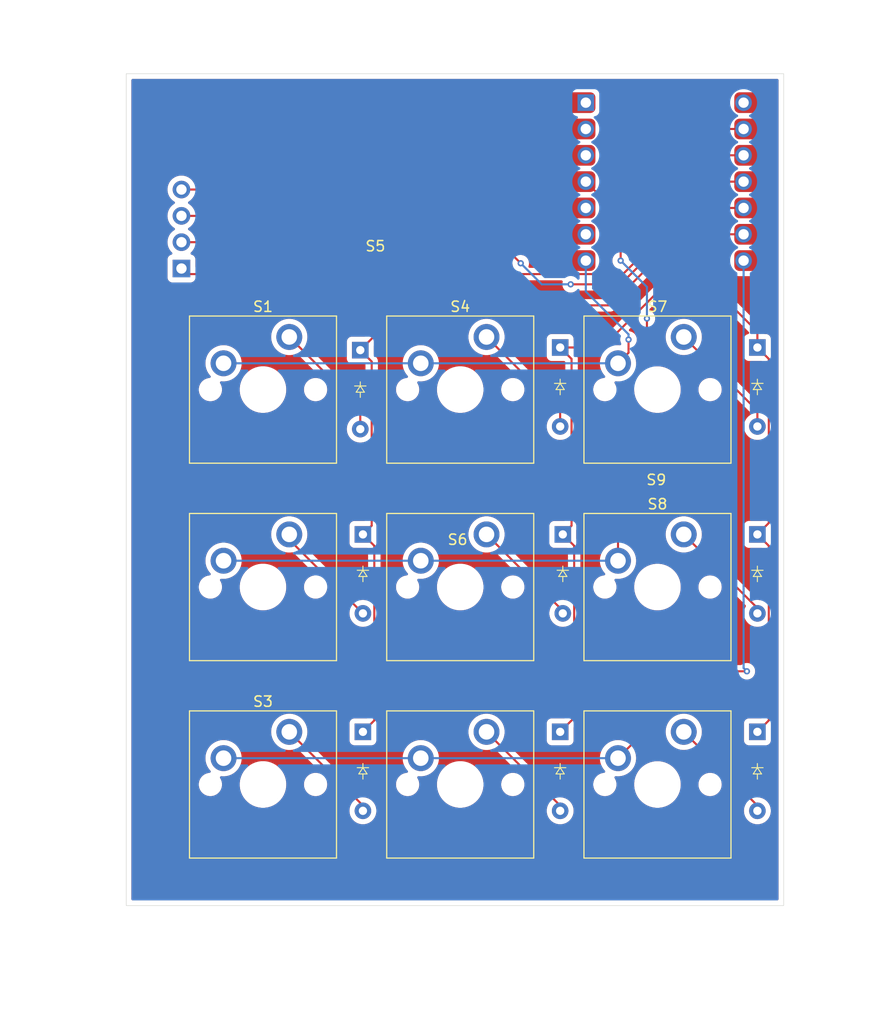
<source format=kicad_pcb>
(kicad_pcb (version 20241229) (generator "pcbnew") (generator_version "9.0")
  (layers (0 "F.Cu" signal) (2 "B.Cu" signal) (13 "F.Paste" user) (15 "B.Paste" user) (5 "F.SilkS" user "F.Silkscreen") (7 "B.SilkS" user "B.Silkscreen") (1 "F.Mask" user) (3 "B.Mask" user) (25 "Edge.Cuts" user))
  (net 0 "")
  (net 1 "Row 1")
  (net 2 "Net-(D1-A)")
  (net 3 "Net-(D2-A)")
  (net 4 "Net-(D3-A)")
  (net 5 "Net-(D4-A)")
  (net 6 "Row 2")
  (net 7 "Net-(D5-A)")
  (net 8 "Net-(D6-A)")
  (net 9 "Row 3")
  (net 10 "Net-(D7-A)")
  (net 11 "Net-(D8-A)")
  (net 12 "Net-(D9-A)")
  (net 13 "GND")
  (net 14 "3V3")
  (net 15 "D2")
  (net 16 "D1")
  (net 17 "Column 1")
  (net 18 "Column 2")
  (net 19 "Column 3")
  (footprint "ScottoKeebs_MX:MX_PCB_1.00u" (layer "F.Cu") (at 119.888 67.056)
    (property "Reference" "S1" (at 0 -8 0) (layer "F.SilkS"))
    (property "Value" "~")
    (fp_line (start -7.1 -7.1) (end -7.1 7.1) (stroke (width 0.12)) (layer "F.SilkS"))
    (fp_line (start -7.1 7.1) (end 7.1 7.1) (stroke (width 0.12)) (layer "F.SilkS"))
    (fp_line (start 7.1 -7.1) (end -7.1 -7.1) (stroke (width 0.12)) (layer "F.SilkS"))
    (fp_line (start 7.1 7.1) (end 7.1 -7.1) (stroke (width 0.12)) (layer "F.SilkS"))
    (pad "" np_thru_hole circle (at -5.08 0) (size 1.75 1.75) (drill 1.75) (layers "*.Cu" "*.Mask"))
    (pad "" np_thru_hole circle (at 0 0) (size 4 4) (drill 4) (layers "*.Cu" "*.Mask"))
    (pad "" np_thru_hole circle (at 5.08 0) (size 1.75 1.75) (drill 1.75) (layers "*.Cu" "*.Mask"))
    (pad "1" thru_hole circle (at -3.81 -2.54) (size 2.5 2.5) (drill 1.5) (layers "*.Cu" "*.Mask") (net 17 "Column 1"))
    (pad "2" thru_hole circle (at 2.54 -5.08) (size 2.5 2.5) (drill 1.5) (layers "*.Cu" "*.Mask") (net 2 "Net-(D1-A)"))
  )
  (footprint "ScottoKeebs_MX:MX_PCB_1.00u" (layer "F.Cu") (at 138.938 67.056)
    (property "Reference" "S4" (at 0 -8 0) (layer "F.SilkS"))
    (property "Value" "~")
    (fp_line (start -7.1 -7.1) (end -7.1 7.1) (stroke (width 0.12)) (layer "F.SilkS"))
    (fp_line (start -7.1 7.1) (end 7.1 7.1) (stroke (width 0.12)) (layer "F.SilkS"))
    (fp_line (start 7.1 -7.1) (end -7.1 -7.1) (stroke (width 0.12)) (layer "F.SilkS"))
    (fp_line (start 7.1 7.1) (end 7.1 -7.1) (stroke (width 0.12)) (layer "F.SilkS"))
    (pad "" np_thru_hole circle (at -5.08 0) (size 1.75 1.75) (drill 1.75) (layers "*.Cu" "*.Mask"))
    (pad "" np_thru_hole circle (at 0 0) (size 4 4) (drill 4) (layers "*.Cu" "*.Mask"))
    (pad "" np_thru_hole circle (at 5.08 0) (size 1.75 1.75) (drill 1.75) (layers "*.Cu" "*.Mask"))
    (pad "1" thru_hole circle (at -3.81 -2.54) (size 2.5 2.5) (drill 1.5) (layers "*.Cu" "*.Mask") (net 17 "Column 1"))
    (pad "2" thru_hole circle (at 2.54 -5.08) (size 2.5 2.5) (drill 1.5) (layers "*.Cu" "*.Mask") (net 5 "Net-(D4-A)"))
  )
  (footprint "ScottoKeebs_MX:MX_PCB_1.00u" (layer "F.Cu") (at 157.988 86.106)
    (property "Reference" "S8" (at 0 -8 0) (layer "F.SilkS"))
    (property "Value" "~")
    (fp_line (start -7.1 -7.1) (end -7.1 7.1) (stroke (width 0.12)) (layer "F.SilkS"))
    (fp_line (start -7.1 7.1) (end 7.1 7.1) (stroke (width 0.12)) (layer "F.SilkS"))
    (fp_line (start 7.1 -7.1) (end -7.1 -7.1) (stroke (width 0.12)) (layer "F.SilkS"))
    (fp_line (start 7.1 7.1) (end 7.1 -7.1) (stroke (width 0.12)) (layer "F.SilkS"))
    (pad "" np_thru_hole circle (at -5.08 0) (size 1.75 1.75) (drill 1.75) (layers "*.Cu" "*.Mask"))
    (pad "" np_thru_hole circle (at 0 0) (size 4 4) (drill 4) (layers "*.Cu" "*.Mask"))
    (pad "" np_thru_hole circle (at 5.08 0) (size 1.75 1.75) (drill 1.75) (layers "*.Cu" "*.Mask"))
    (pad "1" thru_hole circle (at -3.81 -2.54) (size 2.5 2.5) (drill 1.5) (layers "*.Cu" "*.Mask") (net 18 "Column 2"))
    (pad "2" thru_hole circle (at 2.54 -5.08) (size 2.5 2.5) (drill 1.5) (layers "*.Cu" "*.Mask") (net 11 "Net-(D8-A)"))
  )
  (footprint "ScottoKeebs_Components:Diode_DO-35" (layer "F.Cu") (at 129.54 100.076 -90)
    (property "Reference" "D3" (hide yes))
    (property "Value" "~" (hide yes))
    (fp_line (start 4.06 0.4) (end 3.46 0) (stroke (width 0.1)) (layer "F.SilkS"))
    (fp_line (start 3.06 0) (end 3.46 0) (stroke (width 0.1)) (layer "F.SilkS"))
    (fp_line (start 3.46 0) (end 4.06 -0.4) (stroke (width 0.1)) (layer "F.SilkS"))
    (fp_line (start 4.06 0) (end 4.56 0) (stroke (width 0.1)) (layer "F.SilkS"))
    (fp_line (start 4.06 -0.4) (end 4.06 0.4) (stroke (width 0.1)) (layer "F.SilkS"))
    (fp_line (start 3.46 -0.55) (end 3.46 0.55) (stroke (width 0.1)) (layer "F.SilkS"))
    (pad "1" thru_hole rect (at 0 0 270) (size 1.6 1.6) (drill 0.8) (layers "*.Cu" "*.Mask") (net 1 "Row 1"))
    (pad "2" thru_hole oval (at 7.62 0 270) (size 1.6 1.6) (drill 0.8) (layers "*.Cu" "*.Mask") (net 4 "Net-(D3-A)"))
  )
  (footprint "ScottoKeebs_MX:MX_PCB_1.00u" (layer "F.Cu") (at 157.988 67.056)
    (property "Reference" "S7" (at 0 -8 0) (layer "F.SilkS"))
    (property "Value" "~")
    (fp_line (start -7.1 -7.1) (end -7.1 7.1) (stroke (width 0.12)) (layer "F.SilkS"))
    (fp_line (start -7.1 7.1) (end 7.1 7.1) (stroke (width 0.12)) (layer "F.SilkS"))
    (fp_line (start 7.1 -7.1) (end -7.1 -7.1) (stroke (width 0.12)) (layer "F.SilkS"))
    (fp_line (start 7.1 7.1) (end 7.1 -7.1) (stroke (width 0.12)) (layer "F.SilkS"))
    (pad "" np_thru_hole circle (at -5.08 0) (size 1.75 1.75) (drill 1.75) (layers "*.Cu" "*.Mask"))
    (pad "" np_thru_hole circle (at 0 0) (size 4 4) (drill 4) (layers "*.Cu" "*.Mask"))
    (pad "" np_thru_hole circle (at 5.08 0) (size 1.75 1.75) (drill 1.75) (layers "*.Cu" "*.Mask"))
    (pad "1" thru_hole circle (at -3.81 -2.54) (size 2.5 2.5) (drill 1.5) (layers "*.Cu" "*.Mask") (net 17 "Column 1"))
    (pad "2" thru_hole circle (at 2.54 -5.08) (size 2.5 2.5) (drill 1.5) (layers "*.Cu" "*.Mask") (net 10 "Net-(D7-A)"))
  )
  (footprint "ScottoKeebs_MX:MX_PCB_1.00u" (layer "F.Cu") (at 157.988 105.156)
    (property "Reference" "S9" (at -0.112 -29.392 0) (layer "F.SilkS"))
    (property "Value" "~")
    (fp_line (start -7.1 -7.1) (end -7.1 7.1) (stroke (width 0.12)) (layer "F.SilkS"))
    (fp_line (start -7.1 7.1) (end 7.1 7.1) (stroke (width 0.12)) (layer "F.SilkS"))
    (fp_line (start 7.1 -7.1) (end -7.1 -7.1) (stroke (width 0.12)) (layer "F.SilkS"))
    (fp_line (start 7.1 7.1) (end 7.1 -7.1) (stroke (width 0.12)) (layer "F.SilkS"))
    (pad "" np_thru_hole circle (at -5.08 0) (size 1.75 1.75) (drill 1.75) (layers "*.Cu" "*.Mask"))
    (pad "" np_thru_hole circle (at 0 0) (size 4 4) (drill 4) (layers "*.Cu" "*.Mask"))
    (pad "" np_thru_hole circle (at 5.08 0) (size 1.75 1.75) (drill 1.75) (layers "*.Cu" "*.Mask"))
    (pad "1" thru_hole circle (at -3.81 -2.54) (size 2.5 2.5) (drill 1.5) (layers "*.Cu" "*.Mask") (net 19 "Column 3"))
    (pad "2" thru_hole circle (at 2.54 -5.08) (size 2.5 2.5) (drill 1.5) (layers "*.Cu" "*.Mask") (net 12 "Net-(D9-A)"))
  )
  (footprint "ScottoKeebs_Components:Diode_DO-35" (layer "F.Cu") (at 148.59 62.992 -90)
    (property "Reference" "D4" (hide yes))
    (property "Value" "~" (hide yes))
    (fp_line (start 4.06 0.4) (end 3.46 0) (stroke (width 0.1)) (layer "F.SilkS"))
    (fp_line (start 3.06 0) (end 3.46 0) (stroke (width 0.1)) (layer "F.SilkS"))
    (fp_line (start 3.46 0) (end 4.06 -0.4) (stroke (width 0.1)) (layer "F.SilkS"))
    (fp_line (start 4.06 0) (end 4.56 0) (stroke (width 0.1)) (layer "F.SilkS"))
    (fp_line (start 4.06 -0.4) (end 4.06 0.4) (stroke (width 0.1)) (layer "F.SilkS"))
    (fp_line (start 3.46 -0.55) (end 3.46 0.55) (stroke (width 0.1)) (layer "F.SilkS"))
    (pad "1" thru_hole rect (at 0 0 270) (size 1.6 1.6) (drill 0.8) (layers "*.Cu" "*.Mask") (net 6 "Row 2"))
    (pad "2" thru_hole oval (at 7.62 0 270) (size 1.6 1.6) (drill 0.8) (layers "*.Cu" "*.Mask") (net 5 "Net-(D4-A)"))
  )
  (footprint "ScottoKeebs_Components:Diode_DO-35" (layer "F.Cu") (at 167.64 81.026 -90)
    (property "Reference" "D8" (hide yes))
    (property "Value" "~" (hide yes))
    (fp_line (start 4.06 0.4) (end 3.46 0) (stroke (width 0.1)) (layer "F.SilkS"))
    (fp_line (start 3.06 0) (end 3.46 0) (stroke (width 0.1)) (layer "F.SilkS"))
    (fp_line (start 3.46 0) (end 4.06 -0.4) (stroke (width 0.1)) (layer "F.SilkS"))
    (fp_line (start 4.06 0) (end 4.56 0) (stroke (width 0.1)) (layer "F.SilkS"))
    (fp_line (start 4.06 -0.4) (end 4.06 0.4) (stroke (width 0.1)) (layer "F.SilkS"))
    (fp_line (start 3.46 -0.55) (end 3.46 0.55) (stroke (width 0.1)) (layer "F.SilkS"))
    (pad "1" thru_hole rect (at 0 0 270) (size 1.6 1.6) (drill 0.8) (layers "*.Cu" "*.Mask") (net 9 "Row 3"))
    (pad "2" thru_hole oval (at 7.62 0 270) (size 1.6 1.6) (drill 0.8) (layers "*.Cu" "*.Mask") (net 11 "Net-(D8-A)"))
  )
  (footprint "ScottoKeebs_MX:MX_PCB_1.00u" (layer "F.Cu") (at 138.938 105.156)
    (property "Reference" "S6" (at -0.254 -23.622 0) (layer "F.SilkS"))
    (property "Value" "~")
    (fp_line (start -7.1 -7.1) (end -7.1 7.1) (stroke (width 0.12)) (layer "F.SilkS"))
    (fp_line (start -7.1 7.1) (end 7.1 7.1) (stroke (width 0.12)) (layer "F.SilkS"))
    (fp_line (start 7.1 -7.1) (end -7.1 -7.1) (stroke (width 0.12)) (layer "F.SilkS"))
    (fp_line (start 7.1 7.1) (end 7.1 -7.1) (stroke (width 0.12)) (layer "F.SilkS"))
    (pad "" np_thru_hole circle (at -5.08 0) (size 1.75 1.75) (drill 1.75) (layers "*.Cu" "*.Mask"))
    (pad "" np_thru_hole circle (at 0 0) (size 4 4) (drill 4) (layers "*.Cu" "*.Mask"))
    (pad "" np_thru_hole circle (at 5.08 0) (size 1.75 1.75) (drill 1.75) (layers "*.Cu" "*.Mask"))
    (pad "1" thru_hole circle (at -3.81 -2.54) (size 2.5 2.5) (drill 1.5) (layers "*.Cu" "*.Mask") (net 19 "Column 3"))
    (pad "2" thru_hole circle (at 2.54 -5.08) (size 2.5 2.5) (drill 1.5) (layers "*.Cu" "*.Mask") (net 8 "Net-(D6-A)"))
  )
  (footprint "ScottoKeebs_MX:MX_PCB_1.00u" (layer "F.Cu") (at 138.938 86.106)
    (property "Reference" "S5" (at -8.193 -32.892 0) (layer "F.SilkS"))
    (property "Value" "~")
    (fp_line (start -7.1 -7.1) (end -7.1 7.1) (stroke (width 0.12)) (layer "F.SilkS"))
    (fp_line (start -7.1 7.1) (end 7.1 7.1) (stroke (width 0.12)) (layer "F.SilkS"))
    (fp_line (start 7.1 -7.1) (end -7.1 -7.1) (stroke (width 0.12)) (layer "F.SilkS"))
    (fp_line (start 7.1 7.1) (end 7.1 -7.1) (stroke (width 0.12)) (layer "F.SilkS"))
    (pad "" np_thru_hole circle (at -5.08 0) (size 1.75 1.75) (drill 1.75) (layers "*.Cu" "*.Mask"))
    (pad "" np_thru_hole circle (at 0 0) (size 4 4) (drill 4) (layers "*.Cu" "*.Mask"))
    (pad "" np_thru_hole circle (at 5.08 0) (size 1.75 1.75) (drill 1.75) (layers "*.Cu" "*.Mask"))
    (pad "1" thru_hole circle (at -3.81 -2.54) (size 2.5 2.5) (drill 1.5) (layers "*.Cu" "*.Mask") (net 18 "Column 2"))
    (pad "2" thru_hole circle (at 2.54 -5.08) (size 2.5 2.5) (drill 1.5) (layers "*.Cu" "*.Mask") (net 7 "Net-(D5-A)"))
  )
  (footprint "ScottoKeebs_MX:MX_PCB_1.00u" (layer "F.Cu") (at 119.888 86.106)
    (property "Reference" "S2" (at 0 0 0) (layer "F.SilkS"))
    (property "Value" "~")
    (fp_line (start -7.1 -7.1) (end -7.1 7.1) (stroke (width 0.12)) (layer "F.SilkS"))
    (fp_line (start -7.1 7.1) (end 7.1 7.1) (stroke (width 0.12)) (layer "F.SilkS"))
    (fp_line (start 7.1 -7.1) (end -7.1 -7.1) (stroke (width 0.12)) (layer "F.SilkS"))
    (fp_line (start 7.1 7.1) (end 7.1 -7.1) (stroke (width 0.12)) (layer "F.SilkS"))
    (pad "" np_thru_hole circle (at -5.08 0) (size 1.75 1.75) (drill 1.75) (layers "*.Cu" "*.Mask"))
    (pad "" np_thru_hole circle (at 0 0) (size 4 4) (drill 4) (layers "*.Cu" "*.Mask"))
    (pad "" np_thru_hole circle (at 5.08 0) (size 1.75 1.75) (drill 1.75) (layers "*.Cu" "*.Mask"))
    (pad "1" thru_hole circle (at -3.81 -2.54) (size 2.5 2.5) (drill 1.5) (layers "*.Cu" "*.Mask") (net 18 "Column 2"))
    (pad "2" thru_hole circle (at 2.54 -5.08) (size 2.5 2.5) (drill 1.5) (layers "*.Cu" "*.Mask") (net 3 "Net-(D2-A)"))
  )
  (footprint "ScottoKeebs_Components:Diode_DO-35" (layer "F.Cu") (at 148.844 81.026 -90)
    (property "Reference" "D5" (hide yes))
    (property "Value" "~" (hide yes))
    (fp_line (start 4.06 0.4) (end 3.46 0) (stroke (width 0.1)) (layer "F.SilkS"))
    (fp_line (start 3.06 0) (end 3.46 0) (stroke (width 0.1)) (layer "F.SilkS"))
    (fp_line (start 3.46 0) (end 4.06 -0.4) (stroke (width 0.1)) (layer "F.SilkS"))
    (fp_line (start 4.06 0) (end 4.56 0) (stroke (width 0.1)) (layer "F.SilkS"))
    (fp_line (start 4.06 -0.4) (end 4.06 0.4) (stroke (width 0.1)) (layer "F.SilkS"))
    (fp_line (start 3.46 -0.55) (end 3.46 0.55) (stroke (width 0.1)) (layer "F.SilkS"))
    (pad "1" thru_hole rect (at 0 0 270) (size 1.6 1.6) (drill 0.8) (layers "*.Cu" "*.Mask") (net 6 "Row 2"))
    (pad "2" thru_hole oval (at 7.62 0 270) (size 1.6 1.6) (drill 0.8) (layers "*.Cu" "*.Mask") (net 7 "Net-(D5-A)"))
  )
  (footprint "ScottoKeebs_Components:Diode_DO-35" (layer "F.Cu") (at 167.64 62.992 -90)
    (property "Reference" "D7" (hide yes))
    (property "Value" "~" (hide yes))
    (fp_line (start 4.06 0.4) (end 3.46 0) (stroke (width 0.1)) (layer "F.SilkS"))
    (fp_line (start 3.06 0) (end 3.46 0) (stroke (width 0.1)) (layer "F.SilkS"))
    (fp_line (start 3.46 0) (end 4.06 -0.4) (stroke (width 0.1)) (layer "F.SilkS"))
    (fp_line (start 4.06 0) (end 4.56 0) (stroke (width 0.1)) (layer "F.SilkS"))
    (fp_line (start 4.06 -0.4) (end 4.06 0.4) (stroke (width 0.1)) (layer "F.SilkS"))
    (fp_line (start 3.46 -0.55) (end 3.46 0.55) (stroke (width 0.1)) (layer "F.SilkS"))
    (pad "1" thru_hole rect (at 0 0 270) (size 1.6 1.6) (drill 0.8) (layers "*.Cu" "*.Mask") (net 9 "Row 3"))
    (pad "2" thru_hole oval (at 7.62 0 270) (size 1.6 1.6) (drill 0.8) (layers "*.Cu" "*.Mask") (net 10 "Net-(D7-A)"))
  )
  (footprint "ScottoKeebs_MCU:Seeed_XIAO_RP2040" (layer "F.Cu") (at 158.687 46.99)
    (property "Reference" "U1" (hide yes))
    (property "Value" "MCU_Seeed_XIAO_RP2040")
    (pad "1" smd roundrect (at -8.065 -7.62) (size 2.75 2) (layers "F.Cu" "F.Mask" "F.Paste"))
    (pad "1" thru_hole rect (at -7.62 -7.62 90) (size 1.6 1.6) (drill 1) (layers "*.Cu" "*.Mask"))
    (pad "2" smd roundrect (at -8.065 -5.08) (size 2.75 2) (layers "F.Cu" "F.Mask" "F.Paste"))
    (pad "2" thru_hole circle (at -7.62 -5.08 90) (size 1.6 1.6) (drill 1) (layers "*.Cu" "*.Mask"))
    (pad "3" smd roundrect (at -8.065 -2.54) (size 2.75 2) (layers "F.Cu" "F.Mask" "F.Paste"))
    (pad "3" thru_hole circle (at -7.62 -2.54 90) (size 1.6 1.6) (drill 1) (layers "*.Cu" "*.Mask"))
    (pad "4" smd roundrect (at -8.065 0) (size 2.75 2) (layers "F.Cu" "F.Mask" "F.Paste") (net 18 "Column 2"))
    (pad "4" thru_hole circle (at -7.62 0 90) (size 1.6 1.6) (drill 1) (layers "*.Cu" "*.Mask") (net 18 "Column 2"))
    (pad "5" smd roundrect (at -8.065 2.54) (size 2.75 2) (layers "F.Cu" "F.Mask" "F.Paste") (net 16 "D1"))
    (pad "5" thru_hole circle (at -7.62 2.54 90) (size 1.6 1.6) (drill 1) (layers "*.Cu" "*.Mask") (net 16 "D1"))
    (pad "6" smd roundrect (at -8.065 5.08) (size 2.75 2) (layers "F.Cu" "F.Mask" "F.Paste") (net 15 "D2"))
    (pad "6" thru_hole circle (at -7.62 5.08 90) (size 1.6 1.6) (drill 1) (layers "*.Cu" "*.Mask") (net 15 "D2"))
    (pad "7" smd roundrect (at -8.065 7.62) (size 2.75 2) (layers "F.Cu" "F.Mask" "F.Paste") (net 17 "Column 1"))
    (pad "7" thru_hole circle (at -7.62 7.62 90) (size 1.6 1.6) (drill 1) (layers "*.Cu" "*.Mask") (net 17 "Column 1"))
    (pad "8" thru_hole circle (at 7.62 7.62 90) (size 1.6 1.6) (drill 1) (layers "*.Cu" "*.Mask") (net 19 "Column 3"))
    (pad "8" smd roundrect (at 8.1 7.62) (size 2.75 2) (layers "F.Cu" "F.Mask" "F.Paste") (net 19 "Column 3"))
    (pad "9" thru_hole circle (at 7.62 5.08 90) (size 1.6 1.6) (drill 1) (layers "*.Cu" "*.Mask") (net 9 "Row 3"))
    (pad "9" smd roundrect (at 8.1 5.08) (size 2.75 2) (layers "F.Cu" "F.Mask" "F.Paste") (net 9 "Row 3"))
    (pad "10" thru_hole circle (at 7.62 2.54 90) (size 1.6 1.6) (drill 1) (layers "*.Cu" "*.Mask") (net 6 "Row 2"))
    (pad "10" smd roundrect (at 8.1 2.54) (size 2.75 2) (layers "F.Cu" "F.Mask" "F.Paste") (net 6 "Row 2"))
    (pad "11" thru_hole circle (at 7.62 0 90) (size 1.6 1.6) (drill 1) (layers "*.Cu" "*.Mask") (net 1 "Row 1"))
    (pad "11" smd roundrect (at 8.1 0) (size 2.75 2) (layers "F.Cu" "F.Mask" "F.Paste") (net 1 "Row 1"))
    (pad "12" thru_hole circle (at 7.62 -2.54 90) (size 1.6 1.6) (drill 1) (layers "*.Cu" "*.Mask") (net 14 "3V3"))
    (pad "12" smd roundrect (at 8.1 -2.54) (size 2.75 2) (layers "F.Cu" "F.Mask" "F.Paste") (net 14 "3V3"))
    (pad "13" thru_hole circle (at 7.62 -5.08 90) (size 1.6 1.6) (drill 1) (layers "*.Cu" "*.Mask") (net 13 "GND"))
    (pad "13" smd roundrect (at 8.1 -5.08) (size 2.75 2) (layers "F.Cu" "F.Mask" "F.Paste") (net 13 "GND"))
    (pad "14" thru_hole circle (at 7.62 -7.62 90) (size 1.6 1.6) (drill 1) (layers "*.Cu" "*.Mask"))
    (pad "14" smd roundrect (at 8.1 -7.62) (size 2.75 2) (layers "F.Cu" "F.Mask" "F.Paste"))
  )
  (footprint "ScottoKeebs_Components:OLED_128x32" (layer "F.Cu") (at 110.414 45.572)
    (property "Reference" "J1" (hide yes))
    (property "Value" "OLED_128x32")
    (pad "1" thru_hole rect (at 1.6 9.8 180) (size 1.7 1.7) (drill 1) (layers "*.Cu" "*.Mask") (net 13 "GND"))
    (pad "2" thru_hole oval (at 1.6 7.26 180) (size 1.7 1.7) (drill 1) (layers "*.Cu" "*.Mask") (net 14 "3V3"))
    (pad "3" thru_hole oval (at 1.6 4.72 180) (size 1.7 1.7) (drill 1) (layers "*.Cu" "*.Mask") (net 15 "D2"))
    (pad "4" thru_hole oval (at 1.6 2.18 180) (size 1.7 1.7) (drill 1) (layers "*.Cu" "*.Mask") (net 16 "D1"))
  )
  (footprint "ScottoKeebs_Components:Diode_DO-35" (layer "F.Cu") (at 148.59 100.076 -90)
    (property "Reference" "D6" (hide yes))
    (property "Value" "~" (hide yes))
    (fp_line (start 4.06 0.4) (end 3.46 0) (stroke (width 0.1)) (layer "F.SilkS"))
    (fp_line (start 3.06 0) (end 3.46 0) (stroke (width 0.1)) (layer "F.SilkS"))
    (fp_line (start 3.46 0) (end 4.06 -0.4) (stroke (width 0.1)) (layer "F.SilkS"))
    (fp_line (start 4.06 0) (end 4.56 0) (stroke (width 0.1)) (layer "F.SilkS"))
    (fp_line (start 4.06 -0.4) (end 4.06 0.4) (stroke (width 0.1)) (layer "F.SilkS"))
    (fp_line (start 3.46 -0.55) (end 3.46 0.55) (stroke (width 0.1)) (layer "F.SilkS"))
    (pad "1" thru_hole rect (at 0 0 270) (size 1.6 1.6) (drill 0.8) (layers "*.Cu" "*.Mask") (net 6 "Row 2"))
    (pad "2" thru_hole oval (at 7.62 0 270) (size 1.6 1.6) (drill 0.8) (layers "*.Cu" "*.Mask") (net 8 "Net-(D6-A)"))
  )
  (footprint "ScottoKeebs_MX:MX_PCB_1.00u" (layer "F.Cu") (at 119.888 105.156)
    (property "Reference" "S3" (at 0 -8 0) (layer "F.SilkS"))
    (property "Value" "~")
    (fp_line (start -7.1 -7.1) (end -7.1 7.1) (stroke (width 0.12)) (layer "F.SilkS"))
    (fp_line (start -7.1 7.1) (end 7.1 7.1) (stroke (width 0.12)) (layer "F.SilkS"))
    (fp_line (start 7.1 -7.1) (end -7.1 -7.1) (stroke (width 0.12)) (layer "F.SilkS"))
    (fp_line (start 7.1 7.1) (end 7.1 -7.1) (stroke (width 0.12)) (layer "F.SilkS"))
    (pad "" np_thru_hole circle (at -5.08 0) (size 1.75 1.75) (drill 1.75) (layers "*.Cu" "*.Mask"))
    (pad "" np_thru_hole circle (at 0 0) (size 4 4) (drill 4) (layers "*.Cu" "*.Mask"))
    (pad "" np_thru_hole circle (at 5.08 0) (size 1.75 1.75) (drill 1.75) (layers "*.Cu" "*.Mask"))
    (pad "1" thru_hole circle (at -3.81 -2.54) (size 2.5 2.5) (drill 1.5) (layers "*.Cu" "*.Mask") (net 19 "Column 3"))
    (pad "2" thru_hole circle (at 2.54 -5.08) (size 2.5 2.5) (drill 1.5) (layers "*.Cu" "*.Mask") (net 4 "Net-(D3-A)"))
  )
  (footprint "ScottoKeebs_Components:Diode_DO-35" (layer "F.Cu") (at 167.64 100.076 -90)
    (property "Reference" "D9" (hide yes))
    (property "Value" "~" (hide yes))
    (fp_line (start 4.06 0.4) (end 3.46 0) (stroke (width 0.1)) (layer "F.SilkS"))
    (fp_line (start 3.06 0) (end 3.46 0) (stroke (width 0.1)) (layer "F.SilkS"))
    (fp_line (start 3.46 0) (end 4.06 -0.4) (stroke (width 0.1)) (layer "F.SilkS"))
    (fp_line (start 4.06 0) (end 4.56 0) (stroke (width 0.1)) (layer "F.SilkS"))
    (fp_line (start 4.06 -0.4) (end 4.06 0.4) (stroke (width 0.1)) (layer "F.SilkS"))
    (fp_line (start 3.46 -0.55) (end 3.46 0.55) (stroke (width 0.1)) (layer "F.SilkS"))
    (pad "1" thru_hole rect (at 0 0 270) (size 1.6 1.6) (drill 0.8) (layers "*.Cu" "*.Mask") (net 9 "Row 3"))
    (pad "2" thru_hole oval (at 7.62 0 270) (size 1.6 1.6) (drill 0.8) (layers "*.Cu" "*.Mask") (net 12 "Net-(D9-A)"))
  )
  (footprint "ScottoKeebs_Components:Diode_DO-35" (layer "F.Cu") (at 129.286 63.246 -90)
    (property "Reference" "D1" (hide yes))
    (property "Value" "~" (hide yes))
    (fp_line (start 4.06 0.4) (end 3.46 0) (stroke (width 0.1)) (layer "F.SilkS"))
    (fp_line (start 3.06 0) (end 3.46 0) (stroke (width 0.1)) (layer "F.SilkS"))
    (fp_line (start 3.46 0) (end 4.06 -0.4) (stroke (width 0.1)) (layer "F.SilkS"))
    (fp_line (start 4.06 0) (end 4.56 0) (stroke (width 0.1)) (layer "F.SilkS"))
    (fp_line (start 4.06 -0.4) (end 4.06 0.4) (stroke (width 0.1)) (layer "F.SilkS"))
    (fp_line (start 3.46 -0.55) (end 3.46 0.55) (stroke (width 0.1)) (layer "F.SilkS"))
    (pad "1" thru_hole rect (at 0 0 270) (size 1.6 1.6) (drill 0.8) (layers "*.Cu" "*.Mask") (net 1 "Row 1"))
    (pad "2" thru_hole oval (at 7.62 0 270) (size 1.6 1.6) (drill 0.8) (layers "*.Cu" "*.Mask") (net 2 "Net-(D1-A)"))
  )
  (footprint "ScottoKeebs_Components:Diode_DO-35" (layer "F.Cu") (at 129.54 81.026 -90)
    (property "Reference" "D2" (hide yes))
    (property "Value" "~" (hide yes))
    (fp_line (start 4.06 0.4) (end 3.46 0) (stroke (width 0.1)) (layer "F.SilkS"))
    (fp_line (start 3.06 0) (end 3.46 0) (stroke (width 0.1)) (layer "F.SilkS"))
    (fp_line (start 3.46 0) (end 4.06 -0.4) (stroke (width 0.1)) (layer "F.SilkS"))
    (fp_line (start 4.06 0) (end 4.56 0) (stroke (width 0.1)) (layer "F.SilkS"))
    (fp_line (start 4.06 -0.4) (end 4.06 0.4) (stroke (width 0.1)) (layer "F.SilkS"))
    (fp_line (start 3.46 -0.55) (end 3.46 0.55) (stroke (width 0.1)) (layer "F.SilkS"))
    (pad "1" thru_hole rect (at 0 0 270) (size 1.6 1.6) (drill 0.8) (layers "*.Cu" "*.Mask") (net 1 "Row 1"))
    (pad "2" thru_hole oval (at 7.62 0 270) (size 1.6 1.6) (drill 0.8) (layers "*.Cu" "*.Mask") (net 3 "Net-(D2-A)"))
  )
  (gr_rect (start 106.68 36.576) (end 170.18 116.84) (stroke (width 0.05)) (fill no) (layer "Edge.Cuts"))
  (segment (start 129.54 100.076) (end 130.641 98.975) (width 0.2) (layer "F.Cu") (net 1))
  (segment (start 159.766 49.276) (end 162.052 46.99) (width 0.2) (layer "F.Cu") (net 1))
  (segment (start 130.387 64.347) (end 129.286 63.246) (width 0.2) (layer "F.Cu") (net 1))
  (segment (start 130.641 82.127) (end 129.54 81.026) (width 0.2) (layer "F.Cu") (net 1))
  (segment (start 130.387 80.179) (end 130.387 64.347) (width 0.2) (layer "F.Cu") (net 1))
  (segment (start 129.54 81.026) (end 130.387 80.179) (width 0.2) (layer "F.Cu") (net 1))
  (segment (start 129.286 63.246) (end 133.604 58.928) (width 0.2) (layer "F.Cu") (net 1))
  (segment (start 133.604 58.928) (end 153.416 58.928) (width 0.2) (layer "F.Cu") (net 1))
  (segment (start 159.766 52.578) (end 159.766 49.276) (width 0.2) (layer "F.Cu") (net 1))
  (segment (start 162.052 46.99) (end 166.307 46.99) (width 0.2) (layer "F.Cu") (net 1))
  (segment (start 153.416 58.928) (end 159.766 52.578) (width 0.2) (layer "F.Cu") (net 1))
  (segment (start 130.641 98.975) (end 130.641 82.127) (width 0.2) (layer "F.Cu") (net 1))
  (segment (start 129.286 68.834) (end 129.286 70.866) (width 0.2) (layer "F.Cu") (net 2))
  (segment (start 122.428 61.976) (end 129.286 68.834) (width 0.2) (layer "F.Cu") (net 2))
  (segment (start 122.428 81.534) (end 129.54 88.646) (width 0.2) (layer "F.Cu") (net 3))
  (segment (start 122.428 81.026) (end 122.428 81.534) (width 0.2) (layer "F.Cu") (net 3))
  (segment (start 122.428 100.076) (end 129.54 107.188) (width 0.2) (layer "F.Cu") (net 4))
  (segment (start 129.54 107.188) (end 129.54 107.696) (width 0.2) (layer "F.Cu") (net 4))
  (segment (start 141.478 61.976) (end 148.59 69.088) (width 0.2) (layer "F.Cu") (net 5))
  (segment (start 148.59 69.088) (end 148.59 70.612) (width 0.2) (layer "F.Cu") (net 5))
  (segment (start 152.654 62.992) (end 161.29 54.356) (width 0.2) (layer "F.Cu") (net 6))
  (segment (start 148.59 62.992) (end 152.654 62.992) (width 0.2) (layer "F.Cu") (net 6))
  (segment (start 148.59 100.076) (end 149.945 98.721) (width 0.2) (layer "F.Cu") (net 6))
  (segment (start 149.945 98.721) (end 149.945 82.127) (width 0.2) (layer "F.Cu") (net 6))
  (segment (start 149.691 80.179) (end 149.691 64.093) (width 0.2) (layer "F.Cu") (net 6))
  (segment (start 163.068 49.53) (end 166.307 49.53) (width 0.2) (layer "F.Cu") (net 6))
  (segment (start 161.29 51.308) (end 163.068 49.53) (width 0.2) (layer "F.Cu") (net 6))
  (segment (start 148.844 81.026) (end 149.691 80.179) (width 0.2) (layer "F.Cu") (net 6))
  (segment (start 149.691 64.093) (end 148.59 62.992) (width 0.2) (layer "F.Cu") (net 6))
  (segment (start 149.945 82.127) (end 148.844 81.026) (width 0.2) (layer "F.Cu") (net 6))
  (segment (start 161.29 54.356) (end 161.29 51.308) (width 0.2) (layer "F.Cu") (net 6))
  (segment (start 148.844 88.392) (end 148.844 88.646) (width 0.2) (layer "F.Cu") (net 7))
  (segment (start 141.478 81.026) (end 148.844 88.392) (width 0.2) (layer "F.Cu") (net 7))
  (segment (start 148.59 107.188) (end 148.59 107.696) (width 0.2) (layer "F.Cu") (net 8))
  (segment (start 141.478 100.076) (end 148.59 107.188) (width 0.2) (layer "F.Cu") (net 8))
  (segment (start 168.741 64.093) (end 167.64 62.992) (width 0.2) (layer "F.Cu") (net 9))
  (segment (start 168.741 98.975) (end 168.741 82.127) (width 0.2) (layer "F.Cu") (net 9))
  (segment (start 167.64 62.992) (end 167.64 61.468) (width 0.2) (layer "F.Cu") (net 9))
  (segment (start 168.741 82.127) (end 167.64 81.026) (width 0.2) (layer "F.Cu") (net 9))
  (segment (start 167.64 100.076) (end 168.741 98.975) (width 0.2) (layer "F.Cu") (net 9))
  (segment (start 164.084 52.07) (end 166.307 52.07) (width 0.2) (layer "F.Cu") (net 9))
  (segment (start 167.64 61.468) (end 163.322 57.15) (width 0.2) (layer "F.Cu") (net 9))
  (segment (start 163.322 52.832) (end 164.084 52.07) (width 0.2) (layer "F.Cu") (net 9))
  (segment (start 168.741 79.925) (end 168.741 64.093) (width 0.2) (layer "F.Cu") (net 9))
  (segment (start 167.64 81.026) (end 168.741 79.925) (width 0.2) (layer "F.Cu") (net 9))
  (segment (start 163.322 57.15) (end 163.322 52.832) (width 0.2) (layer "F.Cu") (net 9))
  (segment (start 160.528 61.976) (end 167.64 69.088) (width 0.2) (layer "F.Cu") (net 10))
  (segment (start 167.64 69.088) (end 167.64 70.612) (width 0.2) (layer "F.Cu") (net 10))
  (segment (start 167.64 88.138) (end 167.64 88.646) (width 0.2) (layer "F.Cu") (net 11))
  (segment (start 160.528 81.026) (end 167.64 88.138) (width 0.2) (layer "F.Cu") (net 11))
  (segment (start 160.528 100.076) (end 167.64 107.188) (width 0.2) (layer "F.Cu") (net 12))
  (segment (start 167.64 107.188) (end 167.64 107.696) (width 0.2) (layer "F.Cu") (net 12))
  (segment (start 163.83 41.91) (end 166.307 41.91) (width 0.2) (layer "F.Cu") (net 13))
  (segment (start 154.655 55.911) (end 158.496 52.07) (width 0.2) (layer "F.Cu") (net 13))
  (segment (start 158.496 47.244) (end 163.83 41.91) (width 0.2) (layer "F.Cu") (net 13))
  (segment (start 112.014 55.372) (end 112.553 55.911) (width 0.2) (layer "F.Cu") (net 13))
  (segment (start 158.496 52.07) (end 158.496 47.244) (width 0.2) (layer "F.Cu") (net 13))
  (segment (start 112.553 55.911) (end 154.655 55.911) (width 0.2) (layer "F.Cu") (net 13))
  (segment (start 139.7 52.832) (end 142.748 52.832) (width 0.2) (layer "F.Cu") (net 14))
  (segment (start 159.258 47.752) (end 159.512 47.752) (width 0.2) (layer "F.Cu") (net 14))
  (segment (start 159.258 52.07) (end 159.258 47.752) (width 0.2) (layer "F.Cu") (net 14))
  (segment (start 142.748 52.832) (end 144.78 54.864) (width 0.2) (layer "F.Cu") (net 14))
  (segment (start 112.014 52.832) (end 139.7 52.832) (width 0.2) (layer "F.Cu") (net 14))
  (segment (start 159.512 47.752) (end 162.814 44.45) (width 0.2) (layer "F.Cu") (net 14))
  (segment (start 149.606 56.896) (end 154.432 56.896) (width 0.2) (layer "F.Cu") (net 14))
  (segment (start 162.814 44.45) (end 166.307 44.45) (width 0.2) (layer "F.Cu") (net 14))
  (segment (start 154.432 56.896) (end 159.258 52.07) (width 0.2) (layer "F.Cu") (net 14))
  (via (at 149.606 56.896) (size 0.6) (drill 0.3) (layers "F.Cu" "B.Cu") (net 14))
  (via (at 144.78 54.864) (size 0.6) (drill 0.3) (layers "F.Cu" "B.Cu") (net 14))
  (segment (start 146.812 56.896) (end 149.606 56.896) (width 0.2) (layer "B.Cu") (net 14))
  (segment (start 144.78 54.864) (end 146.812 56.896) (width 0.2) (layer "B.Cu") (net 14))
  (segment (start 147.828 52.07) (end 150.622 52.07) (width 0.2) (layer "F.Cu") (net 15))
  (segment (start 146.05 50.292) (end 147.828 52.07) (width 0.2) (layer "F.Cu") (net 15))
  (segment (start 112.014 50.292) (end 146.05 50.292) (width 0.2) (layer "F.Cu") (net 15))
  (segment (start 146.05 47.752) (end 147.828 49.53) (width 0.2) (layer "F.Cu") (net 16))
  (segment (start 112.014 47.752) (end 146.05 47.752) (width 0.2) (layer "F.Cu") (net 16))
  (segment (start 147.828 49.53) (end 151.067 49.53) (width 0.2) (layer "F.Cu") (net 16))
  (segment (start 155.194 63.5) (end 155.194 62.23) (width 0.2) (layer "F.Cu") (net 17))
  (segment (start 154.178 64.516) (end 155.194 63.5) (width 0.2) (layer "F.Cu") (net 17))
  (via (at 155.194 62.23) (size 0.6) (drill 0.3) (layers "F.Cu" "B.Cu") (net 17))
  (segment (start 155.194 62.23) (end 155.194 61.722) (width 0.2) (layer "B.Cu") (net 17))
  (segment (start 151.067 57.595) (end 151.067 54.61) (width 0.2) (layer "B.Cu") (net 17))
  (segment (start 155.194 61.722) (end 151.067 57.595) (width 0.2) (layer "B.Cu") (net 17))
  (segment (start 116.078 64.516) (end 154.178 64.516) (width 0.2) (layer "B.Cu") (net 17))
  (segment (start 154.432 54.61) (end 154.432 50.355) (width 0.2) (layer "F.Cu") (net 18))
  (segment (start 154.178 83.566) (end 154.178 67.541184) (width 0.2) (layer "F.Cu") (net 18))
  (segment (start 156.833592 64.885592) (end 156.972 64.747184) (width 0.2) (layer "F.Cu") (net 18))
  (segment (start 154.178 67.541184) (end 156.833592 64.885592) (width 0.2) (layer "F.Cu") (net 18))
  (segment (start 156.972 64.747184) (end 156.972 60.198) (width 0.2) (layer "F.Cu") (net 18))
  (segment (start 154.432 50.355) (end 151.067 46.99) (width 0.2) (layer "F.Cu") (net 18))
  (via (at 154.432 54.61) (size 0.6) (drill 0.3) (layers "F.Cu" "B.Cu") (net 18))
  (via (at 156.972 60.198) (size 0.6) (drill 0.3) (layers "F.Cu" "B.Cu") (net 18))
  (segment (start 116.078 83.566) (end 154.178 83.566) (width 0.2) (layer "B.Cu") (net 18))
  (segment (start 156.972 57.15) (end 154.432 54.61) (width 0.2) (layer "B.Cu") (net 18))
  (segment (start 156.972 60.198) (end 156.972 57.15) (width 0.2) (layer "B.Cu") (net 18))
  (segment (start 162.56 94.234) (end 165.608 94.234) (width 0.2) (layer "F.Cu") (net 19))
  (segment (start 154.178 102.616) (end 162.56 94.234) (width 0.2) (layer "F.Cu") (net 19))
  (segment (start 165.608 94.234) (end 166.624 94.234) (width 0.2) (layer "F.Cu") (net 19))
  (via (at 166.624 94.234) (size 0.6) (drill 0.3) (layers "F.Cu" "B.Cu") (net 19))
  (segment (start 166.307 93.917) (end 166.307 54.61) (width 0.2) (layer "B.Cu") (net 19))
  (segment (start 116.078 102.616) (end 154.178 102.616) (width 0.2) (layer "B.Cu") (net 19))
  (segment (start 166.624 94.234) (end 166.307 93.917) (width 0.2) (layer "B.Cu") (net 19))
  (zone (net 0) (net_name "") (layers "F.Cu" "B.Cu") (connect_pads (clearance 0.5)) (min_thickness 0.25) (fill yes (thermal_gap 0.5) (thermal_bridge_width 0.5) (island_removal_mode 1) (island_area_min 10))
    (polygon (pts (xy 104.14 33.528) (xy 175.514 29.464) (xy 179.578 125.222) (xy 94.488 128.27) (xy 104.648 32.258)))
  )
)
</source>
